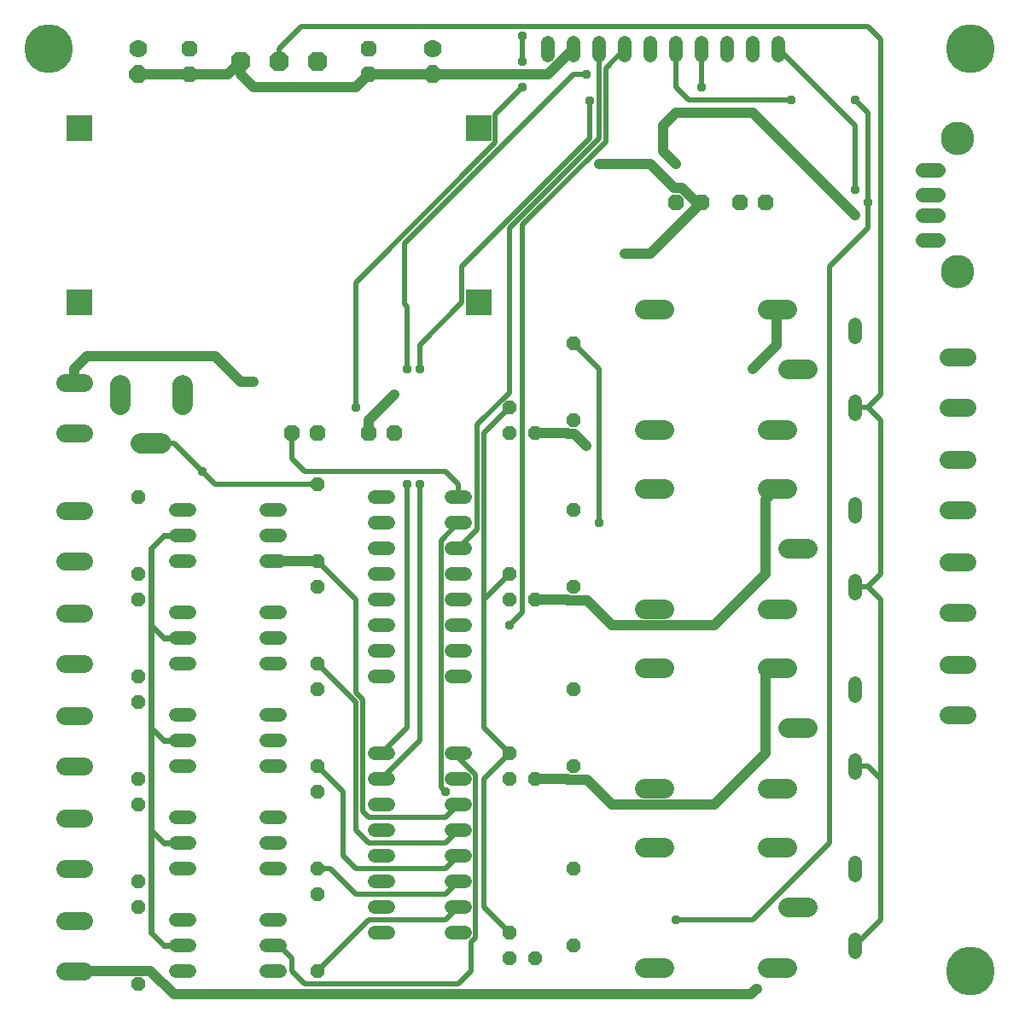
<source format=gbr>
G04 EAGLE Gerber X2 export*
%TF.Part,Single*%
%TF.FileFunction,Copper,L2,Bot,Mixed*%
%TF.FilePolarity,Positive*%
%TF.GenerationSoftware,Autodesk,EAGLE,8.6.3*%
%TF.CreationDate,2019-03-08T18:09:36Z*%
G75*
%MOMM*%
%FSLAX34Y34*%
%LPD*%
%AMOC8*
5,1,8,0,0,1.08239X$1,22.5*%
G01*
%ADD10P,2.089446X8X22.500000*%
%ADD11P,1.924489X8X292.500000*%
%ADD12C,1.778000*%
%ADD13P,1.732040X8X292.500000*%
%ADD14P,1.732040X8X22.500000*%
%ADD15C,1.320800*%
%ADD16C,1.790700*%
%ADD17C,2.000000*%
%ADD18C,1.981200*%
%ADD19P,1.429621X8X292.500000*%
%ADD20R,2.500000X2.500000*%
%ADD21C,1.458000*%
%ADD22C,3.316000*%
%ADD23C,0.508000*%
%ADD24C,1.016000*%
%ADD25C,0.956400*%
%ADD26C,0.609600*%
%ADD27C,4.826000*%


D10*
X274320Y939800D03*
X312420Y939800D03*
D11*
X426720Y927100D03*
D12*
X426720Y952500D03*
D13*
X363220Y952500D03*
X363220Y927100D03*
D11*
X134620Y927100D03*
D12*
X134620Y952500D03*
D13*
X185420Y952500D03*
X185420Y927100D03*
D14*
X668020Y800100D03*
X693420Y800100D03*
X731520Y800100D03*
X756920Y800100D03*
X287020Y571500D03*
X312420Y571500D03*
X363220Y571500D03*
X388620Y571500D03*
D15*
X845820Y70104D02*
X845820Y56896D01*
X845820Y133096D02*
X845820Y146304D01*
X845820Y234696D02*
X845820Y247904D01*
X845820Y310896D02*
X845820Y324104D01*
X845820Y412496D02*
X845820Y425704D01*
X845820Y488696D02*
X845820Y501904D01*
X845820Y590296D02*
X845820Y603504D01*
X845820Y666496D02*
X845820Y679704D01*
D10*
X236220Y939800D03*
D15*
X369316Y508000D02*
X382524Y508000D01*
X382524Y482600D02*
X369316Y482600D01*
X369316Y355600D02*
X382524Y355600D01*
X382524Y330200D02*
X369316Y330200D01*
X369316Y457200D02*
X382524Y457200D01*
X382524Y431800D02*
X369316Y431800D01*
X369316Y381000D02*
X382524Y381000D01*
X382524Y406400D02*
X369316Y406400D01*
X445516Y330200D02*
X458724Y330200D01*
X458724Y355600D02*
X445516Y355600D01*
X445516Y381000D02*
X458724Y381000D01*
X458724Y406400D02*
X445516Y406400D01*
X445516Y431800D02*
X458724Y431800D01*
X458724Y457200D02*
X445516Y457200D01*
X445516Y482600D02*
X458724Y482600D01*
X458724Y508000D02*
X445516Y508000D01*
X382524Y254000D02*
X369316Y254000D01*
X369316Y228600D02*
X382524Y228600D01*
X382524Y101600D02*
X369316Y101600D01*
X369316Y76200D02*
X382524Y76200D01*
X382524Y203200D02*
X369316Y203200D01*
X369316Y177800D02*
X382524Y177800D01*
X382524Y127000D02*
X369316Y127000D01*
X369316Y152400D02*
X382524Y152400D01*
X445516Y76200D02*
X458724Y76200D01*
X458724Y101600D02*
X445516Y101600D01*
X445516Y127000D02*
X458724Y127000D01*
X458724Y152400D02*
X445516Y152400D01*
X445516Y177800D02*
X458724Y177800D01*
X458724Y203200D02*
X445516Y203200D01*
X445516Y228600D02*
X458724Y228600D01*
X458724Y254000D02*
X445516Y254000D01*
D16*
X80074Y38500D02*
X62167Y38500D01*
X62167Y88500D02*
X80074Y88500D01*
X80074Y140100D02*
X62167Y140100D01*
X62167Y190100D02*
X80074Y190100D01*
X80074Y241700D02*
X62167Y241700D01*
X62167Y291700D02*
X80074Y291700D01*
X80074Y343300D02*
X62167Y343300D01*
X62167Y393300D02*
X80074Y393300D01*
X80074Y444900D02*
X62167Y444900D01*
X62167Y494900D02*
X80074Y494900D01*
D17*
X178320Y599600D02*
X178320Y619600D01*
X117320Y619600D02*
X117320Y599600D01*
X137320Y561600D02*
X157320Y561600D01*
D18*
X778764Y101600D02*
X798576Y101600D01*
X778256Y161290D02*
X758444Y161290D01*
X758444Y41910D02*
X778256Y41910D01*
X656336Y41910D02*
X636524Y41910D01*
X636524Y161290D02*
X656336Y161290D01*
X778764Y279400D02*
X798576Y279400D01*
X778256Y339090D02*
X758444Y339090D01*
X758444Y219710D02*
X778256Y219710D01*
X656336Y219710D02*
X636524Y219710D01*
X636524Y339090D02*
X656336Y339090D01*
X778764Y457200D02*
X798576Y457200D01*
X778256Y516890D02*
X758444Y516890D01*
X758444Y397510D02*
X778256Y397510D01*
X656336Y397510D02*
X636524Y397510D01*
X636524Y516890D02*
X656336Y516890D01*
X778764Y635000D02*
X798576Y635000D01*
X778256Y694690D02*
X758444Y694690D01*
X758444Y575310D02*
X778256Y575310D01*
X656336Y575310D02*
X636524Y575310D01*
X636524Y694690D02*
X656336Y694690D01*
D15*
X185420Y190500D02*
X172212Y190500D01*
X172212Y165100D02*
X185420Y165100D01*
X261620Y165100D02*
X274828Y165100D01*
X274828Y190500D02*
X261620Y190500D01*
X185420Y139700D02*
X172212Y139700D01*
X261620Y139700D02*
X274828Y139700D01*
X185420Y292100D02*
X172212Y292100D01*
X172212Y266700D02*
X185420Y266700D01*
X261620Y266700D02*
X274828Y266700D01*
X274828Y292100D02*
X261620Y292100D01*
X185420Y241300D02*
X172212Y241300D01*
X261620Y241300D02*
X274828Y241300D01*
X185420Y393700D02*
X172212Y393700D01*
X172212Y368300D02*
X185420Y368300D01*
X261620Y368300D02*
X274828Y368300D01*
X274828Y393700D02*
X261620Y393700D01*
X185420Y342900D02*
X172212Y342900D01*
X261620Y342900D02*
X274828Y342900D01*
X185420Y88900D02*
X172212Y88900D01*
X172212Y63500D02*
X185420Y63500D01*
X261620Y63500D02*
X274828Y63500D01*
X274828Y88900D02*
X261620Y88900D01*
X185420Y38100D02*
X172212Y38100D01*
X261620Y38100D02*
X274828Y38100D01*
X185420Y495300D02*
X172212Y495300D01*
X172212Y469900D02*
X185420Y469900D01*
X261620Y469900D02*
X274828Y469900D01*
X274828Y495300D02*
X261620Y495300D01*
X185420Y444500D02*
X172212Y444500D01*
X261620Y444500D02*
X274828Y444500D01*
D16*
X80074Y571900D02*
X62167Y571900D01*
X62167Y621900D02*
X80074Y621900D01*
D19*
X566420Y660400D03*
X566420Y584200D03*
X566420Y317500D03*
X566420Y241300D03*
X566420Y495300D03*
X566420Y419100D03*
X134620Y101600D03*
X134620Y25400D03*
X312420Y114300D03*
X312420Y38100D03*
X312420Y419100D03*
X312420Y342900D03*
X134620Y508000D03*
X134620Y431800D03*
X312420Y520700D03*
X312420Y444500D03*
X566420Y139700D03*
X566420Y63500D03*
X134620Y203200D03*
X134620Y127000D03*
X312420Y215900D03*
X312420Y139700D03*
X134620Y304800D03*
X134620Y228600D03*
X312420Y317500D03*
X312420Y241300D03*
X134620Y406400D03*
X134620Y330200D03*
D16*
X938467Y292500D02*
X956374Y292500D01*
X956374Y342500D02*
X938467Y342500D01*
X938467Y495700D02*
X956374Y495700D01*
X956374Y545700D02*
X938467Y545700D01*
X938467Y597300D02*
X956374Y597300D01*
X956374Y647300D02*
X938467Y647300D01*
X938467Y394100D02*
X956374Y394100D01*
X956374Y444100D02*
X938467Y444100D01*
D15*
X769620Y945896D02*
X769620Y959104D01*
X744220Y959104D02*
X744220Y945896D01*
X718820Y945896D02*
X718820Y959104D01*
X693420Y959104D02*
X693420Y945896D01*
X668020Y945896D02*
X668020Y959104D01*
X642620Y959104D02*
X642620Y945896D01*
X617220Y945896D02*
X617220Y959104D01*
X591820Y959104D02*
X591820Y945896D01*
X566420Y945896D02*
X566420Y959104D01*
X541020Y959104D02*
X541020Y945896D01*
D19*
X502920Y76200D03*
X502920Y50800D03*
X528320Y50800D03*
X502920Y254000D03*
X502920Y228600D03*
X528320Y228600D03*
X502920Y431800D03*
X502920Y406400D03*
X528320Y406400D03*
X502920Y596900D03*
X502920Y571500D03*
X528320Y571500D03*
D20*
X76200Y873760D03*
X76200Y701040D03*
X472440Y701040D03*
X472440Y873760D03*
D21*
X913030Y787900D02*
X927610Y787900D01*
X927610Y807900D02*
X913030Y807900D01*
X913030Y762900D02*
X927610Y762900D01*
X927610Y832900D02*
X913030Y832900D01*
D22*
X947420Y732200D03*
X947420Y863600D03*
D23*
X871220Y88900D02*
X845820Y63500D01*
X871220Y88900D02*
X871220Y228600D01*
X858520Y241300D01*
X845820Y241300D01*
X871220Y228600D02*
X871220Y406400D01*
X858520Y419100D01*
X845820Y419100D01*
X858520Y419100D02*
X871220Y431800D01*
X871220Y584200D01*
X858520Y596900D01*
X845820Y596900D01*
X858520Y596900D02*
X871220Y609600D01*
X871220Y962271D01*
X858509Y974982D01*
X296802Y974982D01*
X274320Y952500D01*
X274320Y939800D01*
D24*
X129041Y38500D02*
X71120Y38500D01*
X129041Y38500D02*
X129149Y38608D01*
X146812Y38608D01*
X170180Y15240D01*
X742315Y15240D01*
X748030Y20955D01*
X748665Y20955D01*
D25*
X748665Y20955D03*
D26*
X185420Y469900D02*
X160020Y469900D01*
X147320Y457200D01*
X147320Y381000D01*
X147320Y279400D01*
X147320Y177800D01*
X147320Y76200D01*
X160020Y63500D01*
X185420Y63500D01*
X185420Y165100D02*
X160020Y165100D01*
X147320Y177800D01*
X160020Y266700D02*
X185420Y266700D01*
X160020Y266700D02*
X147320Y279400D01*
X160020Y368300D02*
X185420Y368300D01*
X160020Y368300D02*
X147320Y381000D01*
D25*
X198120Y533400D03*
D23*
X169920Y561600D01*
X147320Y561600D01*
X477520Y406400D02*
X502920Y431800D01*
X477520Y406400D02*
X477520Y279400D01*
X502920Y254000D01*
X477520Y228600D01*
X477520Y101600D01*
X502920Y76200D01*
X210820Y520700D02*
X198120Y533400D01*
X210820Y520700D02*
X312420Y520700D01*
X477520Y571500D02*
X502920Y596900D01*
X477520Y571500D02*
X477520Y406400D01*
D24*
X426720Y927100D02*
X528320Y927100D01*
X541020Y927100D01*
X566420Y952500D01*
X426720Y927100D02*
X363220Y927100D01*
X236220Y927100D02*
X236220Y939800D01*
X236220Y927100D02*
X248920Y914400D01*
X350520Y914400D01*
X363220Y927100D01*
D25*
X617220Y749300D03*
D24*
X185420Y927100D02*
X134620Y927100D01*
X223520Y927100D02*
X236220Y939800D01*
X223520Y927100D02*
X185420Y927100D01*
X617220Y749300D02*
X642620Y749300D01*
X693420Y800100D01*
X674070Y814705D02*
X666115Y814705D01*
X642620Y838200D01*
X688675Y800100D02*
X693420Y800100D01*
X688675Y800100D02*
X674070Y814705D01*
X642620Y838200D02*
X591820Y838200D01*
D25*
X591820Y838200D03*
X528320Y927100D03*
D23*
X287020Y571500D02*
X287020Y546100D01*
X299720Y533400D01*
X439420Y533400D01*
X452120Y520700D01*
X452120Y508000D01*
X452120Y254000D02*
X452120Y250291D01*
X469392Y233019D01*
X469392Y71781D02*
X464820Y67209D01*
X464820Y38100D01*
X469392Y71781D02*
X469392Y233019D01*
X464820Y38100D02*
X452120Y25400D01*
X299720Y25400D01*
X287020Y38100D01*
X287020Y50800D01*
X274320Y63500D01*
X261620Y63500D01*
X350520Y406400D02*
X312420Y444500D01*
X350520Y314140D02*
X357124Y307536D01*
X350520Y314140D02*
X350520Y406400D01*
X357124Y196596D02*
X363220Y190500D01*
X439420Y190500D01*
X452120Y203200D01*
X357124Y196596D02*
X357124Y307536D01*
D24*
X312420Y444500D02*
X261620Y444500D01*
X528320Y228600D02*
X560441Y228600D01*
X560949Y228092D01*
X579628Y228092D02*
X604520Y203200D01*
X579628Y228092D02*
X560949Y228092D01*
X604520Y203200D02*
X706120Y203200D01*
X756920Y254000D01*
X756920Y330200D01*
X765810Y339090D01*
X768350Y339090D01*
X560441Y406400D02*
X528320Y406400D01*
X560441Y406400D02*
X560949Y405892D01*
X579628Y405892D02*
X604520Y381000D01*
X579628Y405892D02*
X560949Y405892D01*
X604520Y381000D02*
X706120Y381000D01*
X756920Y431800D01*
X756920Y505460D02*
X768350Y516890D01*
X756920Y505460D02*
X756920Y431800D01*
D25*
X579120Y558800D03*
D24*
X560441Y571500D02*
X528320Y571500D01*
X560441Y571500D02*
X560949Y570992D01*
X566928Y570992D01*
X579120Y558800D01*
D25*
X744220Y635000D03*
D24*
X768350Y659130D01*
X768350Y694690D01*
D23*
X452120Y482600D02*
X434848Y465328D01*
X434848Y220472D02*
X439420Y215900D01*
D25*
X439420Y215900D03*
D23*
X434848Y220472D02*
X434848Y465328D01*
D25*
X591820Y482600D03*
D23*
X591820Y635000D01*
X566420Y660400D01*
D25*
X668020Y838200D03*
D24*
X655320Y850900D01*
X655320Y876300D01*
X668020Y889000D01*
X744220Y889000D01*
X845820Y787400D01*
D25*
X845820Y787400D03*
X350520Y596900D03*
X515620Y914400D03*
D23*
X489004Y887784D02*
X489004Y859577D01*
X489004Y887784D02*
X515620Y914400D01*
X350520Y721093D02*
X350520Y596900D01*
X350520Y721093D02*
X489004Y859577D01*
D25*
X515620Y939800D03*
D23*
X515620Y965200D01*
D25*
X515620Y965200D03*
D23*
X598424Y933704D02*
X617220Y952500D01*
X598424Y933704D02*
X598424Y860865D01*
X515620Y778061D01*
X515620Y393700D02*
X502920Y381000D01*
D25*
X502920Y381000D03*
D23*
X515620Y393700D02*
X515620Y778061D01*
D25*
X248920Y622300D03*
D24*
X236220Y622300D01*
X83820Y647700D02*
X71120Y635000D01*
X71120Y621900D01*
X210820Y647700D02*
X236220Y622300D01*
X210820Y647700D02*
X83820Y647700D01*
D25*
X668020Y88900D03*
D23*
X744220Y88900D01*
X820420Y165100D02*
X820420Y736600D01*
X858520Y774700D01*
X858520Y800100D01*
D25*
X858520Y800100D03*
D23*
X820420Y165100D02*
X744220Y88900D01*
X858520Y800100D02*
X858520Y889000D01*
X845820Y901700D01*
D25*
X845820Y901700D03*
X782320Y901700D03*
D23*
X680720Y901700D02*
X668020Y914400D01*
X668020Y952500D01*
X680720Y901700D02*
X782320Y901700D01*
X363220Y88900D02*
X312420Y38100D01*
X439420Y88900D02*
X452120Y101600D01*
X439420Y88900D02*
X363220Y88900D01*
X325120Y139700D02*
X312420Y139700D01*
X325120Y139700D02*
X350520Y114300D01*
X439420Y114300D01*
X452120Y127000D01*
X337820Y215900D02*
X312420Y241300D01*
X337820Y215900D02*
X337820Y152400D01*
X350520Y139700D01*
X439420Y139700D01*
X452120Y152400D01*
X350520Y304800D02*
X312420Y342900D01*
X350520Y304800D02*
X350520Y177800D01*
X363220Y165100D01*
X439420Y165100D01*
X452120Y177800D01*
X375920Y254000D02*
X401320Y279400D01*
X401320Y520700D01*
D25*
X401320Y520700D03*
X401320Y635000D03*
D23*
X401320Y697426D01*
X399020Y699726D01*
X399020Y759700D01*
X566420Y927100D02*
X579120Y927100D01*
D25*
X579120Y927100D03*
D23*
X566420Y927100D02*
X399020Y759700D01*
X414020Y266700D02*
X375920Y228600D01*
X414020Y266700D02*
X414020Y520700D01*
D25*
X414020Y520700D03*
X414020Y635000D03*
D23*
X414020Y659326D01*
D25*
X582974Y901248D03*
D23*
X582974Y864094D01*
X455876Y736996D02*
X455876Y701182D01*
X455876Y736996D02*
X582974Y864094D01*
X455876Y701182D02*
X414020Y659326D01*
D25*
X693420Y914400D03*
D23*
X693420Y952500D01*
X470916Y475996D02*
X452120Y457200D01*
X502920Y611987D02*
X502920Y774700D01*
X470916Y579983D02*
X470916Y475996D01*
X470916Y579983D02*
X502920Y611987D01*
X502920Y774700D02*
X591820Y863600D01*
X591820Y952500D01*
D24*
X363220Y584200D02*
X363220Y571500D01*
X363220Y584200D02*
X388620Y609600D01*
D25*
X388620Y609600D03*
X845820Y812800D03*
D23*
X845820Y876300D01*
X769620Y952500D01*
D27*
X960120Y952500D03*
X960120Y38100D03*
X45720Y952500D03*
M02*

</source>
